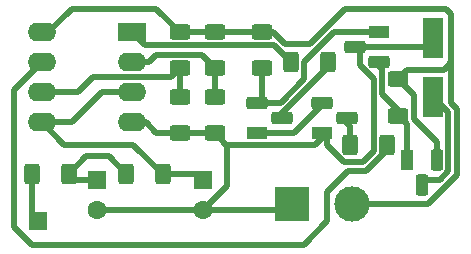
<source format=gbr>
%TF.GenerationSoftware,KiCad,Pcbnew,6.0.2+dfsg-1*%
%TF.CreationDate,2023-04-18T09:24:24-04:00*%
%TF.ProjectId,lamp-remote,6c616d70-2d72-4656-9d6f-74652e6b6963,rev?*%
%TF.SameCoordinates,Original*%
%TF.FileFunction,Copper,L1,Top*%
%TF.FilePolarity,Positive*%
%FSLAX46Y46*%
G04 Gerber Fmt 4.6, Leading zero omitted, Abs format (unit mm)*
G04 Created by KiCad (PCBNEW 6.0.2+dfsg-1) date 2023-04-18 09:24:24*
%MOMM*%
%LPD*%
G01*
G04 APERTURE LIST*
G04 Aperture macros list*
%AMRoundRect*
0 Rectangle with rounded corners*
0 $1 Rounding radius*
0 $2 $3 $4 $5 $6 $7 $8 $9 X,Y pos of 4 corners*
0 Add a 4 corners polygon primitive as box body*
4,1,4,$2,$3,$4,$5,$6,$7,$8,$9,$2,$3,0*
0 Add four circle primitives for the rounded corners*
1,1,$1+$1,$2,$3*
1,1,$1+$1,$4,$5*
1,1,$1+$1,$6,$7*
1,1,$1+$1,$8,$9*
0 Add four rect primitives between the rounded corners*
20,1,$1+$1,$2,$3,$4,$5,0*
20,1,$1+$1,$4,$5,$6,$7,0*
20,1,$1+$1,$6,$7,$8,$9,0*
20,1,$1+$1,$8,$9,$2,$3,0*%
G04 Aperture macros list end*
%TA.AperFunction,ComponentPad*%
%ADD10R,1.500000X1.500000*%
%TD*%
%TA.AperFunction,SMDPad,CuDef*%
%ADD11RoundRect,0.250000X0.625000X-0.400000X0.625000X0.400000X-0.625000X0.400000X-0.625000X-0.400000X0*%
%TD*%
%TA.AperFunction,SMDPad,CuDef*%
%ADD12RoundRect,0.250000X-0.400000X-0.625000X0.400000X-0.625000X0.400000X0.625000X-0.400000X0.625000X0*%
%TD*%
%TA.AperFunction,SMDPad,CuDef*%
%ADD13R,1.800000X3.500000*%
%TD*%
%TA.AperFunction,ComponentPad*%
%ADD14C,3.000000*%
%TD*%
%TA.AperFunction,ComponentPad*%
%ADD15R,3.000000X3.000000*%
%TD*%
%TA.AperFunction,SMDPad,CuDef*%
%ADD16RoundRect,0.250000X-0.625000X0.400000X-0.625000X-0.400000X0.625000X-0.400000X0.625000X0.400000X0*%
%TD*%
%TA.AperFunction,SMDPad,CuDef*%
%ADD17RoundRect,0.250000X0.400000X0.625000X-0.400000X0.625000X-0.400000X-0.625000X0.400000X-0.625000X0*%
%TD*%
%TA.AperFunction,ComponentPad*%
%ADD18R,2.400000X1.600000*%
%TD*%
%TA.AperFunction,ComponentPad*%
%ADD19O,2.400000X1.600000*%
%TD*%
%TA.AperFunction,ComponentPad*%
%ADD20R,1.800000X1.100000*%
%TD*%
%TA.AperFunction,ComponentPad*%
%ADD21RoundRect,0.275000X0.625000X-0.275000X0.625000X0.275000X-0.625000X0.275000X-0.625000X-0.275000X0*%
%TD*%
%TA.AperFunction,ComponentPad*%
%ADD22R,1.600000X1.600000*%
%TD*%
%TA.AperFunction,ComponentPad*%
%ADD23C,1.600000*%
%TD*%
%TA.AperFunction,ComponentPad*%
%ADD24R,1.100000X1.800000*%
%TD*%
%TA.AperFunction,ComponentPad*%
%ADD25RoundRect,0.275000X-0.275000X-0.625000X0.275000X-0.625000X0.275000X0.625000X-0.275000X0.625000X0*%
%TD*%
%TA.AperFunction,ComponentPad*%
%ADD26RoundRect,0.275000X-0.625000X0.275000X-0.625000X-0.275000X0.625000X-0.275000X0.625000X0.275000X0*%
%TD*%
%TA.AperFunction,Conductor*%
%ADD27C,0.500000*%
%TD*%
G04 APERTURE END LIST*
D10*
%TO.P,REF\u002A\u002A,1*%
%TO.N,Vin*%
X118500000Y-88500000D03*
%TD*%
D11*
%TO.P,R6,1*%
%TO.N,RELAY_COIL2*%
X130500000Y-81050000D03*
%TO.P,R6,2*%
%TO.N,Net-(R5-Pad2)*%
X130500000Y-77950000D03*
%TD*%
D12*
%TO.P,R2,1*%
%TO.N,Net-(C1-Pad1)*%
X126000000Y-84500000D03*
%TO.P,R2,2*%
%TO.N,SIG*%
X129100000Y-84500000D03*
%TD*%
%TO.P,R1,1*%
%TO.N,Vin*%
X118000000Y-84500000D03*
%TO.P,R1,2*%
%TO.N,Net-(C1-Pad1)*%
X121100000Y-84500000D03*
%TD*%
D13*
%TO.P,D1,1,K*%
%TO.N,RELAY_COIL1*%
X152000000Y-78000000D03*
%TO.P,D1,2,A*%
%TO.N,RELAY_COIL2*%
X152000000Y-73000000D03*
%TD*%
D11*
%TO.P,R4,1*%
%TO.N,RELAY_COIL2*%
X133500000Y-81050000D03*
%TO.P,R4,2*%
%TO.N,Net-(R3-Pad2)*%
X133500000Y-77950000D03*
%TD*%
D14*
%TO.P,REF\u002A\u002A,2*%
%TO.N,Vcc*%
X145080000Y-87000000D03*
D15*
%TO.P,REF\u002A\u002A,1*%
%TO.N,RELAY_COIL2*%
X140000000Y-87000000D03*
%TD*%
D12*
%TO.P,R7,1*%
%TO.N,COMP1*%
X139950000Y-75000000D03*
%TO.P,R7,2*%
%TO.N,Net-(Q1-Pad2)*%
X143050000Y-75000000D03*
%TD*%
D16*
%TO.P,R3,1*%
%TO.N,Vcc*%
X133500000Y-72450000D03*
%TO.P,R3,2*%
%TO.N,Net-(R3-Pad2)*%
X133500000Y-75550000D03*
%TD*%
D11*
%TO.P,R9,1*%
%TO.N,Net-(Q1-Pad3)*%
X137500000Y-75550000D03*
%TO.P,R9,2*%
%TO.N,Vcc*%
X137500000Y-72450000D03*
%TD*%
%TO.P,R10,1*%
%TO.N,VOUT*%
X149000000Y-79550000D03*
%TO.P,R10,2*%
%TO.N,Vcc*%
X149000000Y-76450000D03*
%TD*%
D17*
%TO.P,R8,1*%
%TO.N,COMP2*%
X148050000Y-82000000D03*
%TO.P,R8,2*%
%TO.N,Net-(Q2-Pad2)*%
X144950000Y-82000000D03*
%TD*%
D16*
%TO.P,R5,1*%
%TO.N,Vcc*%
X130500000Y-72450000D03*
%TO.P,R5,2*%
%TO.N,Net-(R5-Pad2)*%
X130500000Y-75550000D03*
%TD*%
D18*
%TO.P,U1,1*%
%TO.N,COMP1*%
X126500000Y-72500000D03*
D19*
%TO.P,U1,2,-*%
%TO.N,Net-(R3-Pad2)*%
X126500000Y-75040000D03*
%TO.P,U1,3,+*%
%TO.N,SIG*%
X126500000Y-77580000D03*
%TO.P,U1,4,V-*%
%TO.N,RELAY_COIL2*%
X126500000Y-80120000D03*
%TO.P,U1,5,+*%
%TO.N,SIG*%
X118880000Y-80120000D03*
%TO.P,U1,6,-*%
%TO.N,Net-(R5-Pad2)*%
X118880000Y-77580000D03*
%TO.P,U1,7*%
%TO.N,COMP2*%
X118880000Y-75040000D03*
%TO.P,U1,8,V+*%
%TO.N,Vcc*%
X118880000Y-72500000D03*
%TD*%
D20*
%TO.P,Q1,1,E*%
%TO.N,Net-(Q1-Pad1)*%
X137100000Y-81000000D03*
D21*
%TO.P,Q1,2,B*%
%TO.N,Net-(Q1-Pad2)*%
X139170000Y-79730000D03*
%TO.P,Q1,3,C*%
%TO.N,Net-(Q1-Pad3)*%
X137100000Y-78460000D03*
%TD*%
D22*
%TO.P,C1,1*%
%TO.N,Net-(C1-Pad1)*%
X123500000Y-85000000D03*
D23*
%TO.P,C1,2*%
%TO.N,RELAY_COIL2*%
X123500000Y-87500000D03*
%TD*%
D24*
%TO.P,Q4,1,G*%
%TO.N,VOUT*%
X149730000Y-83330000D03*
D25*
%TO.P,Q4,2,S*%
%TO.N,RELAY_COIL1*%
X151000000Y-85400000D03*
%TO.P,Q4,3,D*%
%TO.N,Vcc*%
X152270000Y-83330000D03*
%TD*%
D22*
%TO.P,C2,1*%
%TO.N,SIG*%
X132500000Y-85000000D03*
D23*
%TO.P,C2,2*%
%TO.N,RELAY_COIL2*%
X132500000Y-87500000D03*
%TD*%
D20*
%TO.P,Q2,1,E*%
%TO.N,RELAY_COIL2*%
X142600000Y-81000000D03*
D21*
%TO.P,Q2,2,B*%
%TO.N,Net-(Q2-Pad2)*%
X144670000Y-79730000D03*
%TO.P,Q2,3,C*%
%TO.N,Net-(Q1-Pad1)*%
X142600000Y-78460000D03*
%TD*%
D20*
%TO.P,Q3,1,G*%
%TO.N,Net-(Q1-Pad3)*%
X147420000Y-72460000D03*
D26*
%TO.P,Q3,2,S*%
%TO.N,RELAY_COIL2*%
X145350000Y-73730000D03*
%TO.P,Q3,3,D*%
%TO.N,VOUT*%
X147420000Y-75000000D03*
%TD*%
D27*
%TO.N,Net-(R5-Pad2)*%
X118880000Y-77580000D02*
X121920000Y-77580000D01*
X129760480Y-76289520D02*
X130500000Y-75550000D01*
X121920000Y-77580000D02*
X123210480Y-76289520D01*
X123210480Y-76289520D02*
X129760480Y-76289520D01*
%TO.N,SIG*%
X118880000Y-80120000D02*
X121380000Y-80120000D01*
X121380000Y-80120000D02*
X123920000Y-77580000D01*
X123920000Y-77580000D02*
X126500000Y-77580000D01*
%TO.N,COMP2*%
X148050000Y-82000000D02*
X148050000Y-82439270D01*
X148050000Y-82439270D02*
X146289751Y-84199519D01*
X146289751Y-84199519D02*
X144800481Y-84199519D01*
X144800481Y-84199519D02*
X143000000Y-86000000D01*
X143000000Y-86000000D02*
X143000000Y-88500000D01*
X118000000Y-90500000D02*
X116500000Y-89000000D01*
X143000000Y-88500000D02*
X141000000Y-90500000D01*
X141000000Y-90500000D02*
X118000000Y-90500000D01*
X116500000Y-89000000D02*
X116500000Y-77420000D01*
X116500000Y-77420000D02*
X118880000Y-75040000D01*
%TO.N,COMP1*%
X127549520Y-73549520D02*
X138499520Y-73549520D01*
X126500000Y-72500000D02*
X127549520Y-73549520D01*
%TO.N,Vcc*%
X118880000Y-72500000D02*
X119380000Y-72500000D01*
%TO.N,Net-(R3-Pad2)*%
X127900000Y-75040000D02*
X128489520Y-74450480D01*
X126500000Y-75040000D02*
X127900000Y-75040000D01*
%TO.N,Vcc*%
X121380000Y-70500000D02*
X128550000Y-70500000D01*
X128550000Y-70500000D02*
X130500000Y-72450000D01*
%TO.N,RELAY_COIL2*%
X128550000Y-81050000D02*
X130500000Y-81050000D01*
%TO.N,SIG*%
X129100000Y-84500000D02*
X126600000Y-82000000D01*
%TO.N,Net-(R3-Pad2)*%
X132400480Y-74450480D02*
X133500000Y-75550000D01*
%TO.N,RELAY_COIL2*%
X126500000Y-80120000D02*
X127620000Y-80120000D01*
%TO.N,COMP1*%
X138499520Y-73549520D02*
X139950000Y-75000000D01*
%TO.N,Net-(R3-Pad2)*%
X128489520Y-74450480D02*
X132400480Y-74450480D01*
%TO.N,SIG*%
X120760000Y-82000000D02*
X118880000Y-80120000D01*
%TO.N,RELAY_COIL2*%
X127620000Y-80120000D02*
X128550000Y-81050000D01*
%TO.N,SIG*%
X126600000Y-82000000D02*
X120760000Y-82000000D01*
%TO.N,Vcc*%
X119380000Y-72500000D02*
X121380000Y-70500000D01*
X153500000Y-78510730D02*
X153500000Y-75049022D01*
%TO.N,RELAY_COIL2*%
X132500000Y-87500000D02*
X139500000Y-87500000D01*
X139500000Y-87500000D02*
X140000000Y-87000000D01*
%TO.N,Vcc*%
X145080000Y-87000000D02*
X151513896Y-87000000D01*
X151513896Y-87000000D02*
X153969040Y-84544856D01*
X153969040Y-84544856D02*
X153969039Y-83965355D01*
X153969039Y-83965355D02*
X153969039Y-78979769D01*
X153969039Y-78979769D02*
X153500000Y-78510730D01*
%TO.N,RELAY_COIL2*%
X132500000Y-87500000D02*
X134500489Y-85499511D01*
%TO.N,SIG*%
X129100000Y-84500000D02*
X132000000Y-84500000D01*
X132000000Y-84500000D02*
X132500000Y-85000000D01*
%TO.N,RELAY_COIL2*%
X134500489Y-85499511D02*
X134500489Y-81999511D01*
X123500000Y-87500000D02*
X132500000Y-87500000D01*
%TO.N,Vin*%
X118000000Y-84500000D02*
X118000000Y-88000000D01*
X118000000Y-88000000D02*
X118500000Y-88500000D01*
%TO.N,Net-(C1-Pad1)*%
X121100000Y-84500000D02*
X122600000Y-83000000D01*
X121600000Y-85000000D02*
X121100000Y-84500000D01*
X122600000Y-83000000D02*
X124500000Y-83000000D01*
X123500000Y-85000000D02*
X121600000Y-85000000D01*
X124500000Y-83000000D02*
X126000000Y-84500000D01*
%TO.N,RELAY_COIL2*%
X142000489Y-81999511D02*
X134500489Y-81999511D01*
X146000000Y-83500000D02*
X146950480Y-82549520D01*
X145750000Y-75254626D02*
X145750000Y-73730000D01*
X146950480Y-82549520D02*
X146950480Y-76455106D01*
X146950480Y-76455106D02*
X145750000Y-75254626D01*
X144435730Y-83500000D02*
X146000000Y-83500000D01*
X143000000Y-82064270D02*
X144435730Y-83500000D01*
X134449511Y-81999511D02*
X133500000Y-81050000D01*
X143000000Y-81000000D02*
X142000489Y-81999511D01*
X151270000Y-73730000D02*
X152000000Y-73000000D01*
X133500000Y-81050000D02*
X130500000Y-81050000D01*
X145750000Y-73730000D02*
X151270000Y-73730000D01*
X134500489Y-81999511D02*
X134449511Y-81999511D01*
X143000000Y-81000000D02*
X143000000Y-82064270D01*
%TO.N,RELAY_COIL1*%
X151000000Y-85000000D02*
X152524626Y-85000000D01*
X153269520Y-84255106D02*
X153269520Y-79269520D01*
X152524626Y-85000000D02*
X153269520Y-84255106D01*
X153269520Y-79269520D02*
X152000000Y-78000000D01*
%TO.N,Net-(Q1-Pad1)*%
X140162313Y-81000000D02*
X137500000Y-81000000D01*
X143000000Y-78460000D02*
X142702313Y-78460000D01*
X142702313Y-78460000D02*
X140162313Y-81000000D01*
%TO.N,Net-(Q1-Pad2)*%
X138770000Y-79730000D02*
X143050000Y-75450000D01*
X143050000Y-75450000D02*
X143050000Y-75000000D01*
%TO.N,Net-(Q1-Pad3)*%
X141049520Y-74986210D02*
X141049520Y-76461210D01*
X143575730Y-72460000D02*
X141049520Y-74986210D01*
X137500000Y-78460000D02*
X137500000Y-75550000D01*
X141049520Y-76461210D02*
X139050730Y-78460000D01*
X147020000Y-72460000D02*
X143575730Y-72460000D01*
X139050730Y-78460000D02*
X137500000Y-78460000D01*
%TO.N,Net-(Q2-Pad2)*%
X144950000Y-80410000D02*
X144270000Y-79730000D01*
X144950000Y-82000000D02*
X144950000Y-80410000D01*
%TO.N,VOUT*%
X149730000Y-80280000D02*
X149000000Y-79550000D01*
X149730000Y-83730000D02*
X149730000Y-80280000D01*
X147650000Y-77700000D02*
X149000000Y-79050000D01*
X147650000Y-75630000D02*
X147650000Y-77700000D01*
X149000000Y-79050000D02*
X149000000Y-79550000D01*
X147020000Y-75000000D02*
X147650000Y-75630000D01*
%TO.N,Vcc*%
X152270000Y-81770000D02*
X150324520Y-79824520D01*
X150324520Y-77774520D02*
X149000000Y-76450000D01*
X150324520Y-79824520D02*
X150324520Y-77774520D01*
X149000000Y-76450000D02*
X149793454Y-75656546D01*
X138389270Y-72450000D02*
X137500000Y-72450000D01*
X137500000Y-72450000D02*
X133500000Y-72450000D01*
X152270000Y-83730000D02*
X152270000Y-81770000D01*
X152892476Y-75656546D02*
X153500000Y-75049022D01*
X153500000Y-75049022D02*
X153500000Y-70950978D01*
X139439270Y-73500000D02*
X138389270Y-72450000D01*
X133500000Y-72450000D02*
X130500000Y-72450000D01*
X144546460Y-70500000D02*
X141546460Y-73500000D01*
X141546460Y-73500000D02*
X139439270Y-73500000D01*
X153049022Y-70500000D02*
X144546460Y-70500000D01*
X153500000Y-70950978D02*
X153049022Y-70500000D01*
X149793454Y-75656546D02*
X152892476Y-75656546D01*
%TO.N,Net-(R3-Pad2)*%
X133500000Y-77950000D02*
X133500000Y-75550000D01*
%TO.N,Net-(R5-Pad2)*%
X130500000Y-75550000D02*
X130450000Y-75550000D01*
X130500000Y-75550000D02*
X130500000Y-77950000D01*
%TD*%
M02*

</source>
